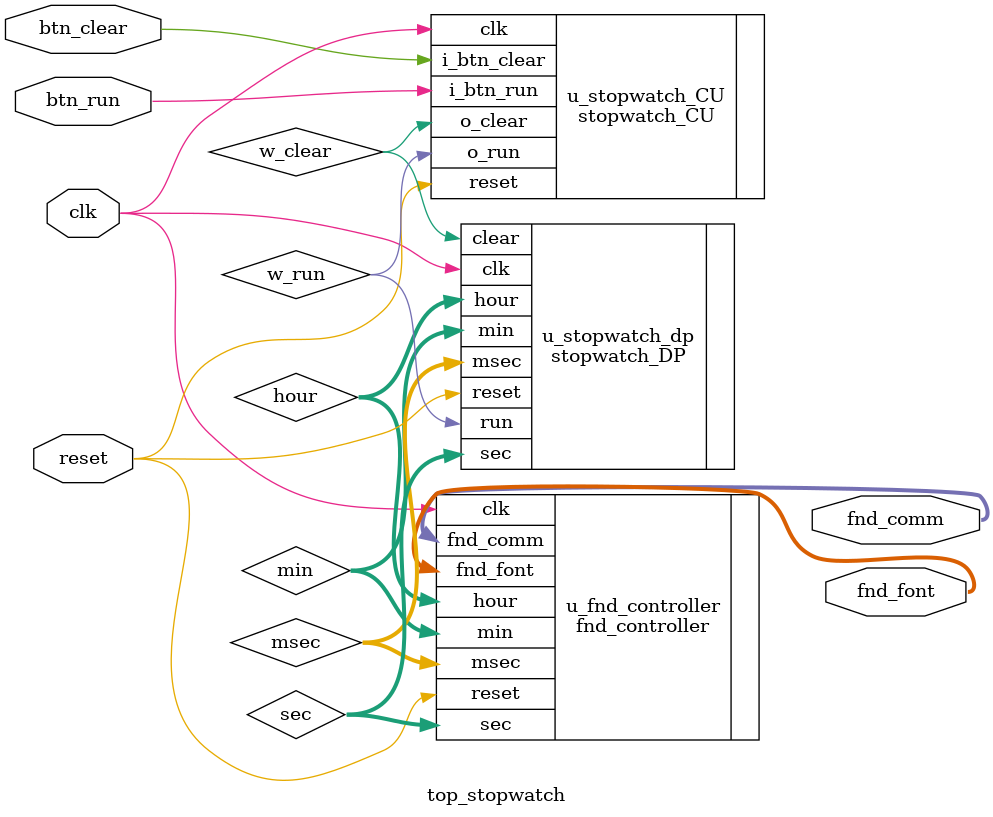
<source format=v>
`timescale 1ns / 1ps

module top_stopwatch(
    input clk,
    input reset,
    input btn_run,
    input btn_clear,
    output [3:0] fnd_comm,
    output [7:0] fnd_font
    );

    wire w_run , w_clear;
    wire [7:0] msec, sec, min, hour;

    stopwatch_DP u_stopwatch_dp(
    .clk(clk),
    .reset(reset),
    .clear(w_clear),
    .run(w_run),
    .msec(msec),
    .sec(sec),
    .min(min),
    .hour(hour)
    );

    stopwatch_CU u_stopwatch_CU(
    .clk(clk),
    .reset(reset),
    .i_btn_run(btn_run),
    .i_btn_clear(btn_clear),
    .o_run(w_run),
    .o_clear(w_clear)
    );

    fnd_controller u_fnd_controller(
    .clk(clk), 
    .reset(reset),
    .msec(msec),
    .sec(sec),
    .min(min),
    .hour(hour),
    .fnd_font(fnd_font),
    .fnd_comm(fnd_comm)
    );

endmodule

</source>
